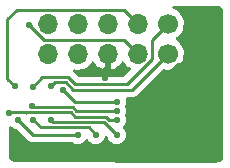
<source format=gbl>
%TF.GenerationSoftware,KiCad,Pcbnew,(6.0.10)*%
%TF.CreationDate,2023-12-30T01:12:33+11:00*%
%TF.ProjectId,1-Chip,312d4368-6970-42e6-9b69-6361645f7063,3.2*%
%TF.SameCoordinates,Original*%
%TF.FileFunction,Copper,L2,Bot*%
%TF.FilePolarity,Positive*%
%FSLAX46Y46*%
G04 Gerber Fmt 4.6, Leading zero omitted, Abs format (unit mm)*
G04 Created by KiCad (PCBNEW (6.0.10)) date 2023-12-30 01:12:33*
%MOMM*%
%LPD*%
G01*
G04 APERTURE LIST*
%TA.AperFunction,ComponentPad*%
%ADD10C,1.700000*%
%TD*%
%TA.AperFunction,ComponentPad*%
%ADD11O,1.700000X1.700000*%
%TD*%
%TA.AperFunction,ViaPad*%
%ADD12C,0.550000*%
%TD*%
%TA.AperFunction,Conductor*%
%ADD13C,0.500000*%
%TD*%
%TA.AperFunction,Conductor*%
%ADD14C,0.250000*%
%TD*%
%TA.AperFunction,Conductor*%
%ADD15C,0.254000*%
%TD*%
G04 APERTURE END LIST*
D10*
X148080000Y-99070000D03*
X148080000Y-96530000D03*
D11*
X145540000Y-99070000D03*
X145540000Y-96530000D03*
X143000000Y-99070000D03*
X143000000Y-96530000D03*
X137920000Y-99070000D03*
X137920000Y-96530000D03*
X140460000Y-99070000D03*
X140460000Y-96530000D03*
D12*
X145330000Y-105910000D03*
X147580000Y-100860000D03*
X142740000Y-101120000D03*
X149050000Y-100110000D03*
X140462000Y-105918000D03*
X135382000Y-104648000D03*
X138176000Y-101841000D03*
X136652000Y-104648000D03*
X141986000Y-105918000D03*
X136652000Y-101854000D03*
X138176000Y-104648000D03*
X143764000Y-105918000D03*
X135128000Y-101841000D03*
X136360000Y-96680000D03*
X143764000Y-103124000D03*
X139192000Y-102108000D03*
X143764000Y-103886000D03*
X136630000Y-103470000D03*
X143764000Y-104648000D03*
X134620000Y-104050000D03*
D13*
X148300000Y-100860000D02*
X147580000Y-100860000D01*
X143002000Y-99060000D02*
X143002000Y-100248000D01*
X143002000Y-100248000D02*
X142740000Y-100510000D01*
X142740000Y-100510000D02*
X142740000Y-101120000D01*
X149050000Y-100110000D02*
X148300000Y-100860000D01*
D14*
X135382000Y-104648000D02*
X136652000Y-105918000D01*
X136652000Y-105918000D02*
X140462000Y-105918000D01*
X145022000Y-102120000D02*
X148082000Y-99060000D01*
X138176000Y-101841000D02*
X138508511Y-101508489D01*
X140070000Y-102120000D02*
X145022000Y-102120000D01*
X139458489Y-101508489D02*
X140070000Y-102120000D01*
X138508511Y-101508489D02*
X139458489Y-101508489D01*
D15*
X141986000Y-105918000D02*
X141384489Y-105316489D01*
X137320489Y-105316489D02*
X136652000Y-104648000D01*
X141384489Y-105316489D02*
X137320489Y-105316489D01*
D14*
X148082000Y-96520000D02*
X146716511Y-97885489D01*
X140256198Y-101670480D02*
X139644687Y-101058969D01*
X144592530Y-101670480D02*
X140256198Y-101670480D01*
X146716511Y-99546499D02*
X144592530Y-101670480D01*
X137447031Y-101058969D02*
X136652000Y-101854000D01*
X146716511Y-97885489D02*
X146716511Y-99546499D01*
X139644687Y-101058969D02*
X137447031Y-101058969D01*
X138392969Y-104864969D02*
X138684000Y-104864969D01*
X142710969Y-104864969D02*
X138646969Y-104864969D01*
X138176000Y-104648000D02*
X138392969Y-104864969D01*
X143764000Y-105918000D02*
X142710969Y-104864969D01*
X135319750Y-95345489D02*
X134507479Y-96157760D01*
X144367489Y-95345489D02*
X135319750Y-95345489D01*
X145542000Y-96520000D02*
X144367489Y-95345489D01*
X134507479Y-96157760D02*
X134507479Y-101220479D01*
X134507479Y-101220479D02*
X135128000Y-101841000D01*
D15*
X145542000Y-99060000D02*
X144365489Y-97883489D01*
D14*
X136400000Y-96680000D02*
X137550000Y-97830000D01*
D15*
X137550000Y-97830000D02*
X136450000Y-96730000D01*
X144365489Y-97883489D02*
X137603489Y-97883489D01*
D14*
X136360000Y-96680000D02*
X136400000Y-96680000D01*
D15*
X137603489Y-97883489D02*
X137550000Y-97830000D01*
D14*
X140208000Y-103124000D02*
X143764000Y-103124000D01*
X139192000Y-102108000D02*
X140208000Y-103124000D01*
X140034141Y-103585859D02*
X140334282Y-103886000D01*
X136745859Y-103585859D02*
X140034141Y-103585859D01*
X140334282Y-103886000D02*
X143764000Y-103886000D01*
X136630000Y-103470000D02*
X136745859Y-103585859D01*
X140228013Y-104415449D02*
X139861053Y-104048489D01*
X134620000Y-104050000D02*
X134621511Y-104048489D01*
X135390000Y-104048489D02*
X136078489Y-104048489D01*
X139861053Y-104048489D02*
X134621511Y-104048489D01*
X143764000Y-104648000D02*
X143129718Y-104648000D01*
X134621511Y-104048489D02*
X135390000Y-104048489D01*
X136078489Y-104048489D02*
X136090000Y-104060000D01*
X142897167Y-104415449D02*
X140228013Y-104415449D01*
X143129718Y-104648000D02*
X142897167Y-104415449D01*
%TA.AperFunction,Conductor*%
G36*
X152263099Y-95010029D02*
G01*
X152277746Y-95012310D01*
X152277752Y-95012310D01*
X152286621Y-95013691D01*
X152295646Y-95012511D01*
X152326081Y-95012239D01*
X152380950Y-95018421D01*
X152388161Y-95019233D01*
X152415664Y-95025510D01*
X152492757Y-95052486D01*
X152518171Y-95064725D01*
X152587325Y-95108177D01*
X152609384Y-95125769D01*
X152667128Y-95183513D01*
X152684720Y-95205571D01*
X152728174Y-95274726D01*
X152740416Y-95300148D01*
X152767387Y-95377227D01*
X152773666Y-95404736D01*
X152779915Y-95460202D01*
X152779650Y-95475867D01*
X152780693Y-95475880D01*
X152780584Y-95484849D01*
X152779202Y-95493724D01*
X152783329Y-95525283D01*
X152784393Y-95541621D01*
X152784393Y-107743530D01*
X152782893Y-107762915D01*
X152780583Y-107777748D01*
X152780583Y-107777752D01*
X152779202Y-107786621D01*
X152780382Y-107795646D01*
X152780654Y-107826084D01*
X152773661Y-107888155D01*
X152767382Y-107915664D01*
X152740408Y-107992752D01*
X152728169Y-108018168D01*
X152684714Y-108087325D01*
X152667125Y-108109380D01*
X152609380Y-108167125D01*
X152587325Y-108184714D01*
X152518168Y-108228169D01*
X152492752Y-108240408D01*
X152415664Y-108267382D01*
X152388159Y-108273660D01*
X152332673Y-108279912D01*
X152317036Y-108279245D01*
X152317018Y-108280694D01*
X152308046Y-108280584D01*
X152299173Y-108279202D01*
X152290270Y-108280366D01*
X152268955Y-108283153D01*
X152252085Y-108284215D01*
X135178181Y-108211709D01*
X135159331Y-108210210D01*
X135143148Y-108207690D01*
X135143145Y-108207690D01*
X135134276Y-108206309D01*
X135125374Y-108207473D01*
X135125250Y-108207489D01*
X135094808Y-108207760D01*
X135074130Y-108205430D01*
X135032736Y-108200766D01*
X135005229Y-108194487D01*
X134928147Y-108167515D01*
X134902726Y-108155273D01*
X134833574Y-108111822D01*
X134811515Y-108094230D01*
X134753770Y-108036485D01*
X134736178Y-108014426D01*
X134692727Y-107945274D01*
X134680485Y-107919853D01*
X134653513Y-107842772D01*
X134647234Y-107815266D01*
X134644006Y-107786621D01*
X134641170Y-107761447D01*
X134640888Y-107736640D01*
X134641576Y-107732552D01*
X134641729Y-107720000D01*
X134637683Y-107691746D01*
X134636411Y-107674139D01*
X134633209Y-106045080D01*
X134631766Y-105311174D01*
X134651634Y-105243015D01*
X134705199Y-105196416D01*
X134775452Y-105186174D01*
X134840091Y-105215541D01*
X134848401Y-105223399D01*
X134879418Y-105255517D01*
X135026502Y-105351766D01*
X135033106Y-105354222D01*
X135184653Y-105410582D01*
X135184655Y-105410583D01*
X135191255Y-105413037D01*
X135218078Y-105416616D01*
X135282955Y-105445451D01*
X135290510Y-105452414D01*
X136148343Y-106310247D01*
X136155887Y-106318537D01*
X136160000Y-106325018D01*
X136165777Y-106330443D01*
X136209667Y-106371658D01*
X136212509Y-106374413D01*
X136232230Y-106394134D01*
X136235425Y-106396612D01*
X136244447Y-106404318D01*
X136276679Y-106434586D01*
X136283628Y-106438406D01*
X136294432Y-106444346D01*
X136310956Y-106455199D01*
X136326959Y-106467613D01*
X136367543Y-106485176D01*
X136378173Y-106490383D01*
X136416940Y-106511695D01*
X136424617Y-106513666D01*
X136424622Y-106513668D01*
X136436558Y-106516732D01*
X136455266Y-106523137D01*
X136473855Y-106531181D01*
X136481683Y-106532421D01*
X136481690Y-106532423D01*
X136517524Y-106538099D01*
X136529144Y-106540505D01*
X136564289Y-106549528D01*
X136571970Y-106551500D01*
X136592224Y-106551500D01*
X136611934Y-106553051D01*
X136631943Y-106556220D01*
X136639835Y-106555474D01*
X136675961Y-106552059D01*
X136687819Y-106551500D01*
X139961562Y-106551500D01*
X140030553Y-106572066D01*
X140106502Y-106621766D01*
X140113106Y-106624222D01*
X140264653Y-106680582D01*
X140264655Y-106680583D01*
X140271255Y-106683037D01*
X140278236Y-106683968D01*
X140278238Y-106683969D01*
X140438507Y-106705354D01*
X140438511Y-106705354D01*
X140445488Y-106706285D01*
X140452499Y-106705647D01*
X140452503Y-106705647D01*
X140613520Y-106690993D01*
X140620541Y-106690354D01*
X140627243Y-106688176D01*
X140627245Y-106688176D01*
X140781016Y-106638213D01*
X140781019Y-106638212D01*
X140787715Y-106636036D01*
X140938701Y-106546030D01*
X140943795Y-106541179D01*
X140943799Y-106541176D01*
X141034083Y-106455199D01*
X141065994Y-106424811D01*
X141118769Y-106345378D01*
X141173126Y-106299707D01*
X141243546Y-106290675D01*
X141307670Y-106321148D01*
X141331490Y-106349831D01*
X141361313Y-106399074D01*
X141366202Y-106404137D01*
X141366203Y-106404138D01*
X141405032Y-106444346D01*
X141483418Y-106525517D01*
X141630502Y-106621766D01*
X141637106Y-106624222D01*
X141788653Y-106680582D01*
X141788655Y-106680583D01*
X141795255Y-106683037D01*
X141802236Y-106683968D01*
X141802238Y-106683969D01*
X141962507Y-106705354D01*
X141962511Y-106705354D01*
X141969488Y-106706285D01*
X141976499Y-106705647D01*
X141976503Y-106705647D01*
X142137520Y-106690993D01*
X142144541Y-106690354D01*
X142151243Y-106688176D01*
X142151245Y-106688176D01*
X142305016Y-106638213D01*
X142305019Y-106638212D01*
X142311715Y-106636036D01*
X142462701Y-106546030D01*
X142467795Y-106541179D01*
X142467799Y-106541176D01*
X142558083Y-106455199D01*
X142589994Y-106424811D01*
X142687267Y-106278403D01*
X142749687Y-106114082D01*
X142750667Y-106107110D01*
X142752420Y-106100282D01*
X142754359Y-106100780D01*
X142779577Y-106045080D01*
X142839178Y-106006502D01*
X142910174Y-106006271D01*
X142970025Y-106044460D01*
X142994628Y-106087510D01*
X143003570Y-106114390D01*
X143048256Y-106248720D01*
X143051903Y-106254742D01*
X143051904Y-106254744D01*
X143123522Y-106372999D01*
X143139313Y-106399074D01*
X143144202Y-106404137D01*
X143144203Y-106404138D01*
X143183032Y-106444346D01*
X143261418Y-106525517D01*
X143408502Y-106621766D01*
X143415106Y-106624222D01*
X143566653Y-106680582D01*
X143566655Y-106680583D01*
X143573255Y-106683037D01*
X143580236Y-106683968D01*
X143580238Y-106683969D01*
X143740507Y-106705354D01*
X143740511Y-106705354D01*
X143747488Y-106706285D01*
X143754499Y-106705647D01*
X143754503Y-106705647D01*
X143915520Y-106690993D01*
X143922541Y-106690354D01*
X143929243Y-106688176D01*
X143929245Y-106688176D01*
X144083016Y-106638213D01*
X144083019Y-106638212D01*
X144089715Y-106636036D01*
X144240701Y-106546030D01*
X144245795Y-106541179D01*
X144245799Y-106541176D01*
X144336083Y-106455199D01*
X144367994Y-106424811D01*
X144465267Y-106278403D01*
X144527687Y-106114082D01*
X144537472Y-106044460D01*
X144551600Y-105943938D01*
X144551600Y-105943932D01*
X144552151Y-105940015D01*
X144552458Y-105918000D01*
X144532864Y-105743318D01*
X144475057Y-105577319D01*
X144381909Y-105428251D01*
X144370355Y-105416616D01*
X144326248Y-105372199D01*
X144292442Y-105309768D01*
X144297754Y-105238971D01*
X144328763Y-105192170D01*
X144335059Y-105186174D01*
X144367994Y-105154811D01*
X144465267Y-105008403D01*
X144527687Y-104844082D01*
X144552151Y-104670015D01*
X144552458Y-104648000D01*
X144532864Y-104473318D01*
X144475057Y-104307319D01*
X144477636Y-104306421D01*
X144468248Y-104248588D01*
X144475482Y-104219514D01*
X144525186Y-104088668D01*
X144525188Y-104088662D01*
X144527687Y-104082082D01*
X144552151Y-103908015D01*
X144552458Y-103886000D01*
X144532864Y-103711318D01*
X144475057Y-103545319D01*
X144477636Y-103544421D01*
X144468248Y-103486588D01*
X144475482Y-103457514D01*
X144525186Y-103326668D01*
X144525188Y-103326662D01*
X144527687Y-103320082D01*
X144533605Y-103277977D01*
X144551600Y-103149938D01*
X144551600Y-103149932D01*
X144552151Y-103146015D01*
X144552458Y-103124000D01*
X144532864Y-102949318D01*
X144522980Y-102920935D01*
X144519468Y-102850026D01*
X144554849Y-102788474D01*
X144617892Y-102755822D01*
X144641972Y-102753500D01*
X144943233Y-102753500D01*
X144954416Y-102754027D01*
X144961909Y-102755702D01*
X144969835Y-102755453D01*
X144969836Y-102755453D01*
X145029986Y-102753562D01*
X145033945Y-102753500D01*
X145061856Y-102753500D01*
X145065791Y-102753003D01*
X145065856Y-102752995D01*
X145077693Y-102752062D01*
X145109951Y-102751048D01*
X145113970Y-102750922D01*
X145121889Y-102750673D01*
X145141343Y-102745021D01*
X145160700Y-102741013D01*
X145172930Y-102739468D01*
X145172931Y-102739468D01*
X145180797Y-102738474D01*
X145188168Y-102735555D01*
X145188170Y-102735555D01*
X145221912Y-102722196D01*
X145233142Y-102718351D01*
X145267983Y-102708229D01*
X145267984Y-102708229D01*
X145275593Y-102706018D01*
X145282412Y-102701985D01*
X145282417Y-102701983D01*
X145293028Y-102695707D01*
X145310776Y-102687012D01*
X145329617Y-102679552D01*
X145365387Y-102653564D01*
X145375307Y-102647048D01*
X145406535Y-102628580D01*
X145406538Y-102628578D01*
X145413362Y-102624542D01*
X145427683Y-102610221D01*
X145442717Y-102597380D01*
X145452694Y-102590131D01*
X145459107Y-102585472D01*
X145487298Y-102551395D01*
X145495288Y-102542616D01*
X147617902Y-100420002D01*
X147680214Y-100385976D01*
X147732117Y-100385627D01*
X147918597Y-100423567D01*
X147923772Y-100423757D01*
X147923774Y-100423757D01*
X148136673Y-100431564D01*
X148136677Y-100431564D01*
X148141837Y-100431753D01*
X148146957Y-100431097D01*
X148146959Y-100431097D01*
X148358288Y-100404025D01*
X148358289Y-100404025D01*
X148363416Y-100403368D01*
X148368366Y-100401883D01*
X148572429Y-100340661D01*
X148572434Y-100340659D01*
X148577384Y-100339174D01*
X148777994Y-100240896D01*
X148959860Y-100111173D01*
X148992648Y-100078500D01*
X149114435Y-99957137D01*
X149118096Y-99953489D01*
X149177594Y-99870689D01*
X149245435Y-99776277D01*
X149248453Y-99772077D01*
X149261995Y-99744678D01*
X149345136Y-99576453D01*
X149345137Y-99576451D01*
X149347430Y-99571811D01*
X149412370Y-99358069D01*
X149441529Y-99136590D01*
X149443156Y-99070000D01*
X149424852Y-98847361D01*
X149370431Y-98630702D01*
X149281354Y-98425840D01*
X149160014Y-98238277D01*
X149009670Y-98073051D01*
X149005619Y-98069852D01*
X149005615Y-98069848D01*
X148838414Y-97937800D01*
X148838410Y-97937798D01*
X148834359Y-97934598D01*
X148793053Y-97911796D01*
X148743084Y-97861364D01*
X148728312Y-97791921D01*
X148753428Y-97725516D01*
X148780780Y-97698909D01*
X148836757Y-97658981D01*
X148959860Y-97571173D01*
X148992648Y-97538500D01*
X149085502Y-97445969D01*
X149118096Y-97413489D01*
X149248453Y-97232077D01*
X149269195Y-97190110D01*
X149345136Y-97036453D01*
X149345137Y-97036451D01*
X149347430Y-97031811D01*
X149412370Y-96818069D01*
X149441529Y-96596590D01*
X149443156Y-96530000D01*
X149424852Y-96307361D01*
X149370431Y-96090702D01*
X149281354Y-95885840D01*
X149160014Y-95698277D01*
X149009670Y-95533051D01*
X149005619Y-95529852D01*
X149005615Y-95529848D01*
X148838414Y-95397800D01*
X148838410Y-95397798D01*
X148834359Y-95394598D01*
X148802892Y-95377227D01*
X148663262Y-95300148D01*
X148638789Y-95286638D01*
X148633920Y-95284914D01*
X148633916Y-95284912D01*
X148550649Y-95255426D01*
X148493113Y-95213832D01*
X148467197Y-95147734D01*
X148481131Y-95078118D01*
X148530490Y-95027087D01*
X148592635Y-95010653D01*
X149876487Y-95009906D01*
X152243642Y-95008529D01*
X152263099Y-95010029D01*
G37*
%TD.AperFunction*%
%TA.AperFunction,Conductor*%
G36*
X143196121Y-98538991D02*
G01*
X143242614Y-98592647D01*
X143254000Y-98644989D01*
X143254000Y-100388517D01*
X143258064Y-100402359D01*
X143271478Y-100404393D01*
X143278184Y-100403534D01*
X143288262Y-100401392D01*
X143492255Y-100340191D01*
X143501842Y-100336433D01*
X143693095Y-100242739D01*
X143701945Y-100237464D01*
X143875328Y-100113792D01*
X143883200Y-100107139D01*
X144034052Y-99956812D01*
X144040730Y-99948965D01*
X144168022Y-99771819D01*
X144169279Y-99772722D01*
X144216373Y-99729362D01*
X144286311Y-99717145D01*
X144351751Y-99744678D01*
X144379579Y-99776511D01*
X144439987Y-99875088D01*
X144586250Y-100043938D01*
X144758126Y-100186632D01*
X144845115Y-100237464D01*
X144883691Y-100260006D01*
X144932415Y-100311644D01*
X144945486Y-100381427D01*
X144918755Y-100447199D01*
X144909216Y-100457889D01*
X144367030Y-101000075D01*
X144304718Y-101034101D01*
X144277935Y-101036980D01*
X140570793Y-101036980D01*
X140502672Y-101016978D01*
X140481697Y-101000075D01*
X140148334Y-100666711D01*
X140140800Y-100658432D01*
X140136687Y-100651951D01*
X140115592Y-100632141D01*
X140104950Y-100622148D01*
X140068985Y-100560935D01*
X140071822Y-100489996D01*
X140112563Y-100431851D01*
X140178271Y-100404963D01*
X140216322Y-100406828D01*
X140298597Y-100423567D01*
X140303772Y-100423757D01*
X140303774Y-100423757D01*
X140516673Y-100431564D01*
X140516677Y-100431564D01*
X140521837Y-100431753D01*
X140526957Y-100431097D01*
X140526959Y-100431097D01*
X140738288Y-100404025D01*
X140738289Y-100404025D01*
X140743416Y-100403368D01*
X140748366Y-100401883D01*
X140952429Y-100340661D01*
X140952434Y-100340659D01*
X140957384Y-100339174D01*
X141157994Y-100240896D01*
X141339860Y-100111173D01*
X141372648Y-100078500D01*
X141494435Y-99957137D01*
X141498096Y-99953489D01*
X141557594Y-99870689D01*
X141628453Y-99772077D01*
X141629640Y-99772930D01*
X141676960Y-99729362D01*
X141746897Y-99717145D01*
X141812338Y-99744678D01*
X141840166Y-99776511D01*
X141897694Y-99870388D01*
X141903777Y-99878699D01*
X142043213Y-100039667D01*
X142050580Y-100046883D01*
X142214434Y-100182916D01*
X142222881Y-100188831D01*
X142406756Y-100296279D01*
X142416042Y-100300729D01*
X142615001Y-100376703D01*
X142624899Y-100379579D01*
X142728250Y-100400606D01*
X142742299Y-100399410D01*
X142746000Y-100389065D01*
X142746000Y-98644989D01*
X142766002Y-98576868D01*
X142819658Y-98530375D01*
X142872000Y-98518989D01*
X143128000Y-98518989D01*
X143196121Y-98538991D01*
G37*
%TD.AperFunction*%
%TA.AperFunction,Conductor*%
G36*
X143196121Y-96296002D02*
G01*
X143242614Y-96349658D01*
X143254000Y-96402000D01*
X143254000Y-97121989D01*
X143233998Y-97190110D01*
X143180342Y-97236603D01*
X143128000Y-97247989D01*
X142872000Y-97247989D01*
X142803879Y-97227987D01*
X142757386Y-97174331D01*
X142746000Y-97121989D01*
X142746000Y-96402000D01*
X142766002Y-96333879D01*
X142819658Y-96287386D01*
X142872000Y-96276000D01*
X143128000Y-96276000D01*
X143196121Y-96296002D01*
G37*
%TD.AperFunction*%
M02*

</source>
